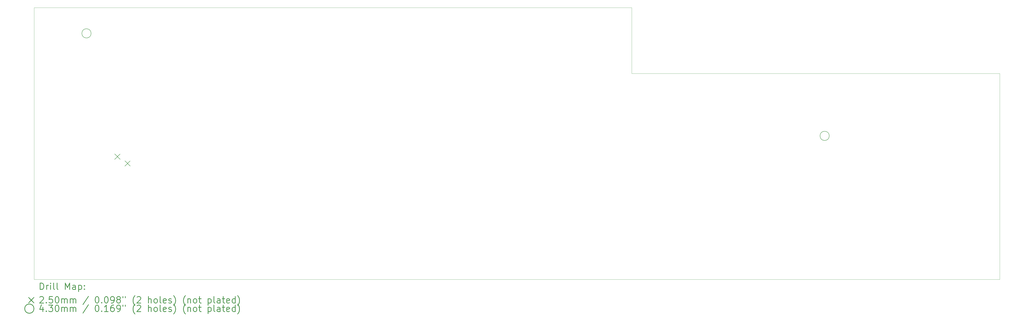
<source format=gbr>
%FSLAX45Y45*%
G04 Gerber Fmt 4.5, Leading zero omitted, Abs format (unit mm)*
G04 Created by KiCad (PCBNEW (5.1.6-0)) date 2024-06-02 12:55:38*
%MOMM*%
%LPD*%
G01*
G04 APERTURE LIST*
%TA.AperFunction,Profile*%
%ADD10C,0.050000*%
%TD*%
%ADD11C,0.200000*%
%ADD12C,0.300000*%
G04 APERTURE END LIST*
D10*
X2540000Y-23422000D02*
X2603500Y-23422000D01*
X2540000Y-36068000D02*
X2540000Y-23422000D01*
X47371000Y-36068000D02*
X2540000Y-36068000D01*
X47371000Y-26479500D02*
X47371000Y-36068000D01*
X30289500Y-26479500D02*
X47371000Y-26479500D01*
X30289500Y-23422000D02*
X30289500Y-26479500D01*
X2603500Y-23422000D02*
X30289500Y-23422000D01*
D11*
X6758400Y-30545500D02*
X7008400Y-30795500D01*
X7008400Y-30545500D02*
X6758400Y-30795500D01*
X6288500Y-30228000D02*
X6538500Y-30478000D01*
X6538500Y-30228000D02*
X6288500Y-30478000D01*
X39460000Y-29385000D02*
G75*
G03*
X39460000Y-29385000I-215000J0D01*
G01*
X5190000Y-24615000D02*
G75*
G03*
X5190000Y-24615000I-215000J0D01*
G01*
D12*
X2823928Y-36536214D02*
X2823928Y-36236214D01*
X2895357Y-36236214D01*
X2938214Y-36250500D01*
X2966786Y-36279072D01*
X2981071Y-36307643D01*
X2995357Y-36364786D01*
X2995357Y-36407643D01*
X2981071Y-36464786D01*
X2966786Y-36493357D01*
X2938214Y-36521929D01*
X2895357Y-36536214D01*
X2823928Y-36536214D01*
X3123928Y-36536214D02*
X3123928Y-36336214D01*
X3123928Y-36393357D02*
X3138214Y-36364786D01*
X3152500Y-36350500D01*
X3181071Y-36336214D01*
X3209643Y-36336214D01*
X3309643Y-36536214D02*
X3309643Y-36336214D01*
X3309643Y-36236214D02*
X3295357Y-36250500D01*
X3309643Y-36264786D01*
X3323928Y-36250500D01*
X3309643Y-36236214D01*
X3309643Y-36264786D01*
X3495357Y-36536214D02*
X3466786Y-36521929D01*
X3452500Y-36493357D01*
X3452500Y-36236214D01*
X3652500Y-36536214D02*
X3623928Y-36521929D01*
X3609643Y-36493357D01*
X3609643Y-36236214D01*
X3995357Y-36536214D02*
X3995357Y-36236214D01*
X4095357Y-36450500D01*
X4195357Y-36236214D01*
X4195357Y-36536214D01*
X4466786Y-36536214D02*
X4466786Y-36379072D01*
X4452500Y-36350500D01*
X4423928Y-36336214D01*
X4366786Y-36336214D01*
X4338214Y-36350500D01*
X4466786Y-36521929D02*
X4438214Y-36536214D01*
X4366786Y-36536214D01*
X4338214Y-36521929D01*
X4323928Y-36493357D01*
X4323928Y-36464786D01*
X4338214Y-36436214D01*
X4366786Y-36421929D01*
X4438214Y-36421929D01*
X4466786Y-36407643D01*
X4609643Y-36336214D02*
X4609643Y-36636214D01*
X4609643Y-36350500D02*
X4638214Y-36336214D01*
X4695357Y-36336214D01*
X4723928Y-36350500D01*
X4738214Y-36364786D01*
X4752500Y-36393357D01*
X4752500Y-36479072D01*
X4738214Y-36507643D01*
X4723928Y-36521929D01*
X4695357Y-36536214D01*
X4638214Y-36536214D01*
X4609643Y-36521929D01*
X4881071Y-36507643D02*
X4895357Y-36521929D01*
X4881071Y-36536214D01*
X4866786Y-36521929D01*
X4881071Y-36507643D01*
X4881071Y-36536214D01*
X4881071Y-36350500D02*
X4895357Y-36364786D01*
X4881071Y-36379072D01*
X4866786Y-36364786D01*
X4881071Y-36350500D01*
X4881071Y-36379072D01*
X2287500Y-36905500D02*
X2537500Y-37155500D01*
X2537500Y-36905500D02*
X2287500Y-37155500D01*
X2809643Y-36894786D02*
X2823928Y-36880500D01*
X2852500Y-36866214D01*
X2923928Y-36866214D01*
X2952500Y-36880500D01*
X2966786Y-36894786D01*
X2981071Y-36923357D01*
X2981071Y-36951929D01*
X2966786Y-36994786D01*
X2795357Y-37166214D01*
X2981071Y-37166214D01*
X3109643Y-37137643D02*
X3123928Y-37151929D01*
X3109643Y-37166214D01*
X3095357Y-37151929D01*
X3109643Y-37137643D01*
X3109643Y-37166214D01*
X3395357Y-36866214D02*
X3252500Y-36866214D01*
X3238214Y-37009072D01*
X3252500Y-36994786D01*
X3281071Y-36980500D01*
X3352500Y-36980500D01*
X3381071Y-36994786D01*
X3395357Y-37009072D01*
X3409643Y-37037643D01*
X3409643Y-37109072D01*
X3395357Y-37137643D01*
X3381071Y-37151929D01*
X3352500Y-37166214D01*
X3281071Y-37166214D01*
X3252500Y-37151929D01*
X3238214Y-37137643D01*
X3595357Y-36866214D02*
X3623928Y-36866214D01*
X3652500Y-36880500D01*
X3666786Y-36894786D01*
X3681071Y-36923357D01*
X3695357Y-36980500D01*
X3695357Y-37051929D01*
X3681071Y-37109072D01*
X3666786Y-37137643D01*
X3652500Y-37151929D01*
X3623928Y-37166214D01*
X3595357Y-37166214D01*
X3566786Y-37151929D01*
X3552500Y-37137643D01*
X3538214Y-37109072D01*
X3523928Y-37051929D01*
X3523928Y-36980500D01*
X3538214Y-36923357D01*
X3552500Y-36894786D01*
X3566786Y-36880500D01*
X3595357Y-36866214D01*
X3823928Y-37166214D02*
X3823928Y-36966214D01*
X3823928Y-36994786D02*
X3838214Y-36980500D01*
X3866786Y-36966214D01*
X3909643Y-36966214D01*
X3938214Y-36980500D01*
X3952500Y-37009072D01*
X3952500Y-37166214D01*
X3952500Y-37009072D02*
X3966786Y-36980500D01*
X3995357Y-36966214D01*
X4038214Y-36966214D01*
X4066786Y-36980500D01*
X4081071Y-37009072D01*
X4081071Y-37166214D01*
X4223928Y-37166214D02*
X4223928Y-36966214D01*
X4223928Y-36994786D02*
X4238214Y-36980500D01*
X4266786Y-36966214D01*
X4309643Y-36966214D01*
X4338214Y-36980500D01*
X4352500Y-37009072D01*
X4352500Y-37166214D01*
X4352500Y-37009072D02*
X4366786Y-36980500D01*
X4395357Y-36966214D01*
X4438214Y-36966214D01*
X4466786Y-36980500D01*
X4481071Y-37009072D01*
X4481071Y-37166214D01*
X5066786Y-36851929D02*
X4809643Y-37237643D01*
X5452500Y-36866214D02*
X5481071Y-36866214D01*
X5509643Y-36880500D01*
X5523928Y-36894786D01*
X5538214Y-36923357D01*
X5552500Y-36980500D01*
X5552500Y-37051929D01*
X5538214Y-37109072D01*
X5523928Y-37137643D01*
X5509643Y-37151929D01*
X5481071Y-37166214D01*
X5452500Y-37166214D01*
X5423928Y-37151929D01*
X5409643Y-37137643D01*
X5395357Y-37109072D01*
X5381071Y-37051929D01*
X5381071Y-36980500D01*
X5395357Y-36923357D01*
X5409643Y-36894786D01*
X5423928Y-36880500D01*
X5452500Y-36866214D01*
X5681071Y-37137643D02*
X5695357Y-37151929D01*
X5681071Y-37166214D01*
X5666786Y-37151929D01*
X5681071Y-37137643D01*
X5681071Y-37166214D01*
X5881071Y-36866214D02*
X5909643Y-36866214D01*
X5938214Y-36880500D01*
X5952500Y-36894786D01*
X5966786Y-36923357D01*
X5981071Y-36980500D01*
X5981071Y-37051929D01*
X5966786Y-37109072D01*
X5952500Y-37137643D01*
X5938214Y-37151929D01*
X5909643Y-37166214D01*
X5881071Y-37166214D01*
X5852500Y-37151929D01*
X5838214Y-37137643D01*
X5823928Y-37109072D01*
X5809643Y-37051929D01*
X5809643Y-36980500D01*
X5823928Y-36923357D01*
X5838214Y-36894786D01*
X5852500Y-36880500D01*
X5881071Y-36866214D01*
X6123928Y-37166214D02*
X6181071Y-37166214D01*
X6209643Y-37151929D01*
X6223928Y-37137643D01*
X6252500Y-37094786D01*
X6266786Y-37037643D01*
X6266786Y-36923357D01*
X6252500Y-36894786D01*
X6238214Y-36880500D01*
X6209643Y-36866214D01*
X6152500Y-36866214D01*
X6123928Y-36880500D01*
X6109643Y-36894786D01*
X6095357Y-36923357D01*
X6095357Y-36994786D01*
X6109643Y-37023357D01*
X6123928Y-37037643D01*
X6152500Y-37051929D01*
X6209643Y-37051929D01*
X6238214Y-37037643D01*
X6252500Y-37023357D01*
X6266786Y-36994786D01*
X6438214Y-36994786D02*
X6409643Y-36980500D01*
X6395357Y-36966214D01*
X6381071Y-36937643D01*
X6381071Y-36923357D01*
X6395357Y-36894786D01*
X6409643Y-36880500D01*
X6438214Y-36866214D01*
X6495357Y-36866214D01*
X6523928Y-36880500D01*
X6538214Y-36894786D01*
X6552500Y-36923357D01*
X6552500Y-36937643D01*
X6538214Y-36966214D01*
X6523928Y-36980500D01*
X6495357Y-36994786D01*
X6438214Y-36994786D01*
X6409643Y-37009072D01*
X6395357Y-37023357D01*
X6381071Y-37051929D01*
X6381071Y-37109072D01*
X6395357Y-37137643D01*
X6409643Y-37151929D01*
X6438214Y-37166214D01*
X6495357Y-37166214D01*
X6523928Y-37151929D01*
X6538214Y-37137643D01*
X6552500Y-37109072D01*
X6552500Y-37051929D01*
X6538214Y-37023357D01*
X6523928Y-37009072D01*
X6495357Y-36994786D01*
X6666786Y-36866214D02*
X6666786Y-36923357D01*
X6781071Y-36866214D02*
X6781071Y-36923357D01*
X7223928Y-37280500D02*
X7209643Y-37266214D01*
X7181071Y-37223357D01*
X7166786Y-37194786D01*
X7152500Y-37151929D01*
X7138214Y-37080500D01*
X7138214Y-37023357D01*
X7152500Y-36951929D01*
X7166786Y-36909072D01*
X7181071Y-36880500D01*
X7209643Y-36837643D01*
X7223928Y-36823357D01*
X7323928Y-36894786D02*
X7338214Y-36880500D01*
X7366786Y-36866214D01*
X7438214Y-36866214D01*
X7466786Y-36880500D01*
X7481071Y-36894786D01*
X7495357Y-36923357D01*
X7495357Y-36951929D01*
X7481071Y-36994786D01*
X7309643Y-37166214D01*
X7495357Y-37166214D01*
X7852500Y-37166214D02*
X7852500Y-36866214D01*
X7981071Y-37166214D02*
X7981071Y-37009072D01*
X7966786Y-36980500D01*
X7938214Y-36966214D01*
X7895357Y-36966214D01*
X7866786Y-36980500D01*
X7852500Y-36994786D01*
X8166786Y-37166214D02*
X8138214Y-37151929D01*
X8123928Y-37137643D01*
X8109643Y-37109072D01*
X8109643Y-37023357D01*
X8123928Y-36994786D01*
X8138214Y-36980500D01*
X8166786Y-36966214D01*
X8209643Y-36966214D01*
X8238214Y-36980500D01*
X8252500Y-36994786D01*
X8266786Y-37023357D01*
X8266786Y-37109072D01*
X8252500Y-37137643D01*
X8238214Y-37151929D01*
X8209643Y-37166214D01*
X8166786Y-37166214D01*
X8438214Y-37166214D02*
X8409643Y-37151929D01*
X8395357Y-37123357D01*
X8395357Y-36866214D01*
X8666786Y-37151929D02*
X8638214Y-37166214D01*
X8581071Y-37166214D01*
X8552500Y-37151929D01*
X8538214Y-37123357D01*
X8538214Y-37009072D01*
X8552500Y-36980500D01*
X8581071Y-36966214D01*
X8638214Y-36966214D01*
X8666786Y-36980500D01*
X8681071Y-37009072D01*
X8681071Y-37037643D01*
X8538214Y-37066214D01*
X8795357Y-37151929D02*
X8823928Y-37166214D01*
X8881071Y-37166214D01*
X8909643Y-37151929D01*
X8923928Y-37123357D01*
X8923928Y-37109072D01*
X8909643Y-37080500D01*
X8881071Y-37066214D01*
X8838214Y-37066214D01*
X8809643Y-37051929D01*
X8795357Y-37023357D01*
X8795357Y-37009072D01*
X8809643Y-36980500D01*
X8838214Y-36966214D01*
X8881071Y-36966214D01*
X8909643Y-36980500D01*
X9023928Y-37280500D02*
X9038214Y-37266214D01*
X9066786Y-37223357D01*
X9081071Y-37194786D01*
X9095357Y-37151929D01*
X9109643Y-37080500D01*
X9109643Y-37023357D01*
X9095357Y-36951929D01*
X9081071Y-36909072D01*
X9066786Y-36880500D01*
X9038214Y-36837643D01*
X9023928Y-36823357D01*
X9566786Y-37280500D02*
X9552500Y-37266214D01*
X9523928Y-37223357D01*
X9509643Y-37194786D01*
X9495357Y-37151929D01*
X9481071Y-37080500D01*
X9481071Y-37023357D01*
X9495357Y-36951929D01*
X9509643Y-36909072D01*
X9523928Y-36880500D01*
X9552500Y-36837643D01*
X9566786Y-36823357D01*
X9681071Y-36966214D02*
X9681071Y-37166214D01*
X9681071Y-36994786D02*
X9695357Y-36980500D01*
X9723928Y-36966214D01*
X9766786Y-36966214D01*
X9795357Y-36980500D01*
X9809643Y-37009072D01*
X9809643Y-37166214D01*
X9995357Y-37166214D02*
X9966786Y-37151929D01*
X9952500Y-37137643D01*
X9938214Y-37109072D01*
X9938214Y-37023357D01*
X9952500Y-36994786D01*
X9966786Y-36980500D01*
X9995357Y-36966214D01*
X10038214Y-36966214D01*
X10066786Y-36980500D01*
X10081071Y-36994786D01*
X10095357Y-37023357D01*
X10095357Y-37109072D01*
X10081071Y-37137643D01*
X10066786Y-37151929D01*
X10038214Y-37166214D01*
X9995357Y-37166214D01*
X10181071Y-36966214D02*
X10295357Y-36966214D01*
X10223928Y-36866214D02*
X10223928Y-37123357D01*
X10238214Y-37151929D01*
X10266786Y-37166214D01*
X10295357Y-37166214D01*
X10623928Y-36966214D02*
X10623928Y-37266214D01*
X10623928Y-36980500D02*
X10652500Y-36966214D01*
X10709643Y-36966214D01*
X10738214Y-36980500D01*
X10752500Y-36994786D01*
X10766786Y-37023357D01*
X10766786Y-37109072D01*
X10752500Y-37137643D01*
X10738214Y-37151929D01*
X10709643Y-37166214D01*
X10652500Y-37166214D01*
X10623928Y-37151929D01*
X10938214Y-37166214D02*
X10909643Y-37151929D01*
X10895357Y-37123357D01*
X10895357Y-36866214D01*
X11181071Y-37166214D02*
X11181071Y-37009072D01*
X11166786Y-36980500D01*
X11138214Y-36966214D01*
X11081071Y-36966214D01*
X11052500Y-36980500D01*
X11181071Y-37151929D02*
X11152500Y-37166214D01*
X11081071Y-37166214D01*
X11052500Y-37151929D01*
X11038214Y-37123357D01*
X11038214Y-37094786D01*
X11052500Y-37066214D01*
X11081071Y-37051929D01*
X11152500Y-37051929D01*
X11181071Y-37037643D01*
X11281071Y-36966214D02*
X11395357Y-36966214D01*
X11323928Y-36866214D02*
X11323928Y-37123357D01*
X11338214Y-37151929D01*
X11366786Y-37166214D01*
X11395357Y-37166214D01*
X11609643Y-37151929D02*
X11581071Y-37166214D01*
X11523928Y-37166214D01*
X11495357Y-37151929D01*
X11481071Y-37123357D01*
X11481071Y-37009072D01*
X11495357Y-36980500D01*
X11523928Y-36966214D01*
X11581071Y-36966214D01*
X11609643Y-36980500D01*
X11623928Y-37009072D01*
X11623928Y-37037643D01*
X11481071Y-37066214D01*
X11881071Y-37166214D02*
X11881071Y-36866214D01*
X11881071Y-37151929D02*
X11852500Y-37166214D01*
X11795357Y-37166214D01*
X11766786Y-37151929D01*
X11752500Y-37137643D01*
X11738214Y-37109072D01*
X11738214Y-37023357D01*
X11752500Y-36994786D01*
X11766786Y-36980500D01*
X11795357Y-36966214D01*
X11852500Y-36966214D01*
X11881071Y-36980500D01*
X11995357Y-37280500D02*
X12009643Y-37266214D01*
X12038214Y-37223357D01*
X12052500Y-37194786D01*
X12066786Y-37151929D01*
X12081071Y-37080500D01*
X12081071Y-37023357D01*
X12066786Y-36951929D01*
X12052500Y-36909072D01*
X12038214Y-36880500D01*
X12009643Y-36837643D01*
X11995357Y-36823357D01*
X2537500Y-37426500D02*
G75*
G03*
X2537500Y-37426500I-215000J0D01*
G01*
X2952500Y-37362214D02*
X2952500Y-37562214D01*
X2881071Y-37247929D02*
X2809643Y-37462214D01*
X2995357Y-37462214D01*
X3109643Y-37533643D02*
X3123928Y-37547929D01*
X3109643Y-37562214D01*
X3095357Y-37547929D01*
X3109643Y-37533643D01*
X3109643Y-37562214D01*
X3223928Y-37262214D02*
X3409643Y-37262214D01*
X3309643Y-37376500D01*
X3352500Y-37376500D01*
X3381071Y-37390786D01*
X3395357Y-37405072D01*
X3409643Y-37433643D01*
X3409643Y-37505072D01*
X3395357Y-37533643D01*
X3381071Y-37547929D01*
X3352500Y-37562214D01*
X3266786Y-37562214D01*
X3238214Y-37547929D01*
X3223928Y-37533643D01*
X3595357Y-37262214D02*
X3623928Y-37262214D01*
X3652500Y-37276500D01*
X3666786Y-37290786D01*
X3681071Y-37319357D01*
X3695357Y-37376500D01*
X3695357Y-37447929D01*
X3681071Y-37505072D01*
X3666786Y-37533643D01*
X3652500Y-37547929D01*
X3623928Y-37562214D01*
X3595357Y-37562214D01*
X3566786Y-37547929D01*
X3552500Y-37533643D01*
X3538214Y-37505072D01*
X3523928Y-37447929D01*
X3523928Y-37376500D01*
X3538214Y-37319357D01*
X3552500Y-37290786D01*
X3566786Y-37276500D01*
X3595357Y-37262214D01*
X3823928Y-37562214D02*
X3823928Y-37362214D01*
X3823928Y-37390786D02*
X3838214Y-37376500D01*
X3866786Y-37362214D01*
X3909643Y-37362214D01*
X3938214Y-37376500D01*
X3952500Y-37405072D01*
X3952500Y-37562214D01*
X3952500Y-37405072D02*
X3966786Y-37376500D01*
X3995357Y-37362214D01*
X4038214Y-37362214D01*
X4066786Y-37376500D01*
X4081071Y-37405072D01*
X4081071Y-37562214D01*
X4223928Y-37562214D02*
X4223928Y-37362214D01*
X4223928Y-37390786D02*
X4238214Y-37376500D01*
X4266786Y-37362214D01*
X4309643Y-37362214D01*
X4338214Y-37376500D01*
X4352500Y-37405072D01*
X4352500Y-37562214D01*
X4352500Y-37405072D02*
X4366786Y-37376500D01*
X4395357Y-37362214D01*
X4438214Y-37362214D01*
X4466786Y-37376500D01*
X4481071Y-37405072D01*
X4481071Y-37562214D01*
X5066786Y-37247929D02*
X4809643Y-37633643D01*
X5452500Y-37262214D02*
X5481071Y-37262214D01*
X5509643Y-37276500D01*
X5523928Y-37290786D01*
X5538214Y-37319357D01*
X5552500Y-37376500D01*
X5552500Y-37447929D01*
X5538214Y-37505072D01*
X5523928Y-37533643D01*
X5509643Y-37547929D01*
X5481071Y-37562214D01*
X5452500Y-37562214D01*
X5423928Y-37547929D01*
X5409643Y-37533643D01*
X5395357Y-37505072D01*
X5381071Y-37447929D01*
X5381071Y-37376500D01*
X5395357Y-37319357D01*
X5409643Y-37290786D01*
X5423928Y-37276500D01*
X5452500Y-37262214D01*
X5681071Y-37533643D02*
X5695357Y-37547929D01*
X5681071Y-37562214D01*
X5666786Y-37547929D01*
X5681071Y-37533643D01*
X5681071Y-37562214D01*
X5981071Y-37562214D02*
X5809643Y-37562214D01*
X5895357Y-37562214D02*
X5895357Y-37262214D01*
X5866786Y-37305072D01*
X5838214Y-37333643D01*
X5809643Y-37347929D01*
X6238214Y-37262214D02*
X6181071Y-37262214D01*
X6152500Y-37276500D01*
X6138214Y-37290786D01*
X6109643Y-37333643D01*
X6095357Y-37390786D01*
X6095357Y-37505072D01*
X6109643Y-37533643D01*
X6123928Y-37547929D01*
X6152500Y-37562214D01*
X6209643Y-37562214D01*
X6238214Y-37547929D01*
X6252500Y-37533643D01*
X6266786Y-37505072D01*
X6266786Y-37433643D01*
X6252500Y-37405072D01*
X6238214Y-37390786D01*
X6209643Y-37376500D01*
X6152500Y-37376500D01*
X6123928Y-37390786D01*
X6109643Y-37405072D01*
X6095357Y-37433643D01*
X6409643Y-37562214D02*
X6466786Y-37562214D01*
X6495357Y-37547929D01*
X6509643Y-37533643D01*
X6538214Y-37490786D01*
X6552500Y-37433643D01*
X6552500Y-37319357D01*
X6538214Y-37290786D01*
X6523928Y-37276500D01*
X6495357Y-37262214D01*
X6438214Y-37262214D01*
X6409643Y-37276500D01*
X6395357Y-37290786D01*
X6381071Y-37319357D01*
X6381071Y-37390786D01*
X6395357Y-37419357D01*
X6409643Y-37433643D01*
X6438214Y-37447929D01*
X6495357Y-37447929D01*
X6523928Y-37433643D01*
X6538214Y-37419357D01*
X6552500Y-37390786D01*
X6666786Y-37262214D02*
X6666786Y-37319357D01*
X6781071Y-37262214D02*
X6781071Y-37319357D01*
X7223928Y-37676500D02*
X7209643Y-37662214D01*
X7181071Y-37619357D01*
X7166786Y-37590786D01*
X7152500Y-37547929D01*
X7138214Y-37476500D01*
X7138214Y-37419357D01*
X7152500Y-37347929D01*
X7166786Y-37305072D01*
X7181071Y-37276500D01*
X7209643Y-37233643D01*
X7223928Y-37219357D01*
X7323928Y-37290786D02*
X7338214Y-37276500D01*
X7366786Y-37262214D01*
X7438214Y-37262214D01*
X7466786Y-37276500D01*
X7481071Y-37290786D01*
X7495357Y-37319357D01*
X7495357Y-37347929D01*
X7481071Y-37390786D01*
X7309643Y-37562214D01*
X7495357Y-37562214D01*
X7852500Y-37562214D02*
X7852500Y-37262214D01*
X7981071Y-37562214D02*
X7981071Y-37405072D01*
X7966786Y-37376500D01*
X7938214Y-37362214D01*
X7895357Y-37362214D01*
X7866786Y-37376500D01*
X7852500Y-37390786D01*
X8166786Y-37562214D02*
X8138214Y-37547929D01*
X8123928Y-37533643D01*
X8109643Y-37505072D01*
X8109643Y-37419357D01*
X8123928Y-37390786D01*
X8138214Y-37376500D01*
X8166786Y-37362214D01*
X8209643Y-37362214D01*
X8238214Y-37376500D01*
X8252500Y-37390786D01*
X8266786Y-37419357D01*
X8266786Y-37505072D01*
X8252500Y-37533643D01*
X8238214Y-37547929D01*
X8209643Y-37562214D01*
X8166786Y-37562214D01*
X8438214Y-37562214D02*
X8409643Y-37547929D01*
X8395357Y-37519357D01*
X8395357Y-37262214D01*
X8666786Y-37547929D02*
X8638214Y-37562214D01*
X8581071Y-37562214D01*
X8552500Y-37547929D01*
X8538214Y-37519357D01*
X8538214Y-37405072D01*
X8552500Y-37376500D01*
X8581071Y-37362214D01*
X8638214Y-37362214D01*
X8666786Y-37376500D01*
X8681071Y-37405072D01*
X8681071Y-37433643D01*
X8538214Y-37462214D01*
X8795357Y-37547929D02*
X8823928Y-37562214D01*
X8881071Y-37562214D01*
X8909643Y-37547929D01*
X8923928Y-37519357D01*
X8923928Y-37505072D01*
X8909643Y-37476500D01*
X8881071Y-37462214D01*
X8838214Y-37462214D01*
X8809643Y-37447929D01*
X8795357Y-37419357D01*
X8795357Y-37405072D01*
X8809643Y-37376500D01*
X8838214Y-37362214D01*
X8881071Y-37362214D01*
X8909643Y-37376500D01*
X9023928Y-37676500D02*
X9038214Y-37662214D01*
X9066786Y-37619357D01*
X9081071Y-37590786D01*
X9095357Y-37547929D01*
X9109643Y-37476500D01*
X9109643Y-37419357D01*
X9095357Y-37347929D01*
X9081071Y-37305072D01*
X9066786Y-37276500D01*
X9038214Y-37233643D01*
X9023928Y-37219357D01*
X9566786Y-37676500D02*
X9552500Y-37662214D01*
X9523928Y-37619357D01*
X9509643Y-37590786D01*
X9495357Y-37547929D01*
X9481071Y-37476500D01*
X9481071Y-37419357D01*
X9495357Y-37347929D01*
X9509643Y-37305072D01*
X9523928Y-37276500D01*
X9552500Y-37233643D01*
X9566786Y-37219357D01*
X9681071Y-37362214D02*
X9681071Y-37562214D01*
X9681071Y-37390786D02*
X9695357Y-37376500D01*
X9723928Y-37362214D01*
X9766786Y-37362214D01*
X9795357Y-37376500D01*
X9809643Y-37405072D01*
X9809643Y-37562214D01*
X9995357Y-37562214D02*
X9966786Y-37547929D01*
X9952500Y-37533643D01*
X9938214Y-37505072D01*
X9938214Y-37419357D01*
X9952500Y-37390786D01*
X9966786Y-37376500D01*
X9995357Y-37362214D01*
X10038214Y-37362214D01*
X10066786Y-37376500D01*
X10081071Y-37390786D01*
X10095357Y-37419357D01*
X10095357Y-37505072D01*
X10081071Y-37533643D01*
X10066786Y-37547929D01*
X10038214Y-37562214D01*
X9995357Y-37562214D01*
X10181071Y-37362214D02*
X10295357Y-37362214D01*
X10223928Y-37262214D02*
X10223928Y-37519357D01*
X10238214Y-37547929D01*
X10266786Y-37562214D01*
X10295357Y-37562214D01*
X10623928Y-37362214D02*
X10623928Y-37662214D01*
X10623928Y-37376500D02*
X10652500Y-37362214D01*
X10709643Y-37362214D01*
X10738214Y-37376500D01*
X10752500Y-37390786D01*
X10766786Y-37419357D01*
X10766786Y-37505072D01*
X10752500Y-37533643D01*
X10738214Y-37547929D01*
X10709643Y-37562214D01*
X10652500Y-37562214D01*
X10623928Y-37547929D01*
X10938214Y-37562214D02*
X10909643Y-37547929D01*
X10895357Y-37519357D01*
X10895357Y-37262214D01*
X11181071Y-37562214D02*
X11181071Y-37405072D01*
X11166786Y-37376500D01*
X11138214Y-37362214D01*
X11081071Y-37362214D01*
X11052500Y-37376500D01*
X11181071Y-37547929D02*
X11152500Y-37562214D01*
X11081071Y-37562214D01*
X11052500Y-37547929D01*
X11038214Y-37519357D01*
X11038214Y-37490786D01*
X11052500Y-37462214D01*
X11081071Y-37447929D01*
X11152500Y-37447929D01*
X11181071Y-37433643D01*
X11281071Y-37362214D02*
X11395357Y-37362214D01*
X11323928Y-37262214D02*
X11323928Y-37519357D01*
X11338214Y-37547929D01*
X11366786Y-37562214D01*
X11395357Y-37562214D01*
X11609643Y-37547929D02*
X11581071Y-37562214D01*
X11523928Y-37562214D01*
X11495357Y-37547929D01*
X11481071Y-37519357D01*
X11481071Y-37405072D01*
X11495357Y-37376500D01*
X11523928Y-37362214D01*
X11581071Y-37362214D01*
X11609643Y-37376500D01*
X11623928Y-37405072D01*
X11623928Y-37433643D01*
X11481071Y-37462214D01*
X11881071Y-37562214D02*
X11881071Y-37262214D01*
X11881071Y-37547929D02*
X11852500Y-37562214D01*
X11795357Y-37562214D01*
X11766786Y-37547929D01*
X11752500Y-37533643D01*
X11738214Y-37505072D01*
X11738214Y-37419357D01*
X11752500Y-37390786D01*
X11766786Y-37376500D01*
X11795357Y-37362214D01*
X11852500Y-37362214D01*
X11881071Y-37376500D01*
X11995357Y-37676500D02*
X12009643Y-37662214D01*
X12038214Y-37619357D01*
X12052500Y-37590786D01*
X12066786Y-37547929D01*
X12081071Y-37476500D01*
X12081071Y-37419357D01*
X12066786Y-37347929D01*
X12052500Y-37305072D01*
X12038214Y-37276500D01*
X12009643Y-37233643D01*
X11995357Y-37219357D01*
M02*

</source>
